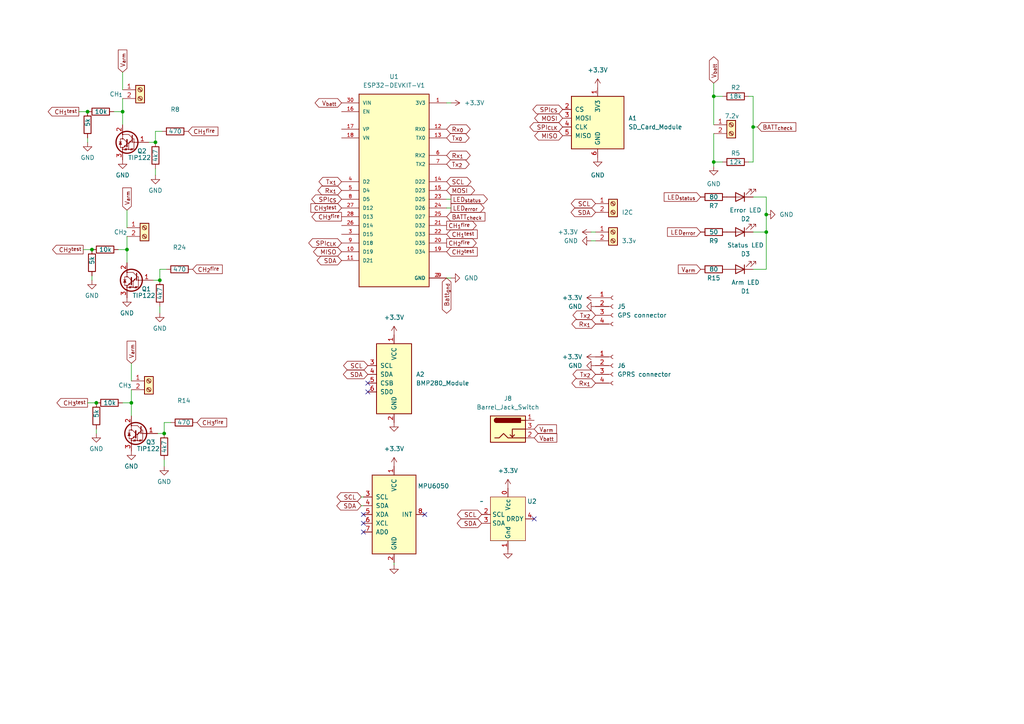
<source format=kicad_sch>
(kicad_sch (version 20230121) (generator eeschema)
  (paper "A4")
  (lib_symbols
    (symbol "Connector:Barrel_Jack_Switch" (pin_names hide)
      (property "Reference" "J" (at 0 5.334 0))
      (property "Value" "Barrel_Jack_Switch" (at 0 -5.08 0))
      (symbol "Barrel_Jack_Switch_0_1"
        (rectangle (start -5.08 3.81) (end 5.08 -3.81) (stroke (width 0.254)) (fill (type background)))
        (arc (start -3.302 3.175) (mid -3.9343 2.54) (end -3.302 1.905) (stroke (width 0.254)))
        (arc (start -3.302 3.175) (mid -3.9343 2.54) (end -3.302 1.905) (stroke (width 0.254)) (fill (type outline)))
        (polyline (pts (xy 1.27 -2.286) (xy 1.905 -1.651)) (stroke (width 0.254)))
        (polyline (pts (xy 5.08 2.54) (xy 3.81 2.54)) (stroke (width 0.254)))
        (polyline (pts (xy 5.08 0) (xy 1.27 0) (xy 1.27 -2.286) (xy 0.635 -1.651)) (stroke (width 0.254)))
        (polyline (pts (xy -3.81 -2.54) (xy -2.54 -2.54) (xy -1.27 -1.27) (xy 0 -2.54) (xy 2.54 -2.54) (xy 5.08 -2.54)) (stroke (width 0.254)))
        (rectangle (start 3.683 3.175) (end -3.302 1.905) (stroke (width 0.254)) (fill (type outline)))
      )
      (symbol "Barrel_Jack_Switch_1_1"
        (pin passive line (at 7.62 2.54 180) (length 2.54) (name "~") (number "1"))
        (pin passive line (at 7.62 -2.54 180) (length 2.54) (name "~") (number "2"))
        (pin passive line (at 7.62 0 180) (length 2.54) (name "~") (number "3"))
      )
    )
    (symbol "Connector:Conn_01x04_Socket" (pin_names (offset 1.016) hide)
      (property "Reference" "J" (at 0 5.08 0))
      (property "Value" "Conn_01x04_Socket" (at 0 -7.62 0))
      (symbol "Conn_01x04_Socket_1_1"
        (arc (start 0 -4.572) (mid -0.5058 -5.08) (end 0 -5.588) (stroke (width 0.1524)))
        (arc (start 0 -2.032) (mid -0.5058 -2.54) (end 0 -3.048) (stroke (width 0.1524)))
        (polyline (pts (xy -1.27 -5.08) (xy -0.508 -5.08)) (stroke (width 0.1524)))
        (polyline (pts (xy -1.27 -2.54) (xy -0.508 -2.54)) (stroke (width 0.1524)))
        (polyline (pts (xy -1.27 0) (xy -0.508 0)) (stroke (width 0.1524)))
        (polyline (pts (xy -1.27 2.54) (xy -0.508 2.54)) (stroke (width 0.1524)))
        (arc (start 0 0.508) (mid -0.5058 0) (end 0 -0.508) (stroke (width 0.1524)))
        (arc (start 0 3.048) (mid -0.5058 2.54) (end 0 2.032) (stroke (width 0.1524)))
        (pin passive line (at -5.08 2.54 0) (length 3.81) (name "Pin_1") (number "1"))
        (pin passive line (at -5.08 0 0) (length 3.81) (name "Pin_2") (number "2"))
        (pin passive line (at -5.08 -2.54 0) (length 3.81) (name "Pin_3") (number "3"))
        (pin passive line (at -5.08 -5.08 0) (length 3.81) (name "Pin_4") (number "4"))
      )
    )
    (symbol "Connector:Screw_Terminal_01x02" (pin_names (offset 1.016) hide)
      (property "Reference" "J" (at 0 2.54 0))
      (property "Value" "Screw_Terminal_01x02" (at 0 -5.08 0))
      (symbol "Screw_Terminal_01x02_1_1"
        (rectangle (start -1.27 1.27) (end 1.27 -3.81) (stroke (width 0.254)) (fill (type background)))
        (circle (center 0 -2.54) (radius 0.635) (stroke (width 0.1524)))
        (polyline (pts (xy -0.5334 -2.2098) (xy 0.3302 -3.048)) (stroke (width 0.1524)))
        (polyline (pts (xy -0.5334 0.3302) (xy 0.3302 -0.508)) (stroke (width 0.1524)))
        (polyline (pts (xy -0.3556 -2.032) (xy 0.508 -2.8702)) (stroke (width 0.1524)))
        (polyline (pts (xy -0.3556 0.508) (xy 0.508 -0.3302)) (stroke (width 0.1524)))
        (circle (center 0 0) (radius 0.635) (stroke (width 0.1524)))
        (pin passive line (at -5.08 0 0) (length 3.81) (name "Pin_1") (number "1"))
        (pin passive line (at -5.08 -2.54 0) (length 3.81) (name "Pin_2") (number "2"))
      )
    )
    (symbol "Device:LED" (pin_numbers hide) (pin_names (offset 1.016) hide)
      (property "Reference" "D" (at 0 2.54 0))
      (property "Value" "LED" (at 0 -2.54 0))
      (symbol "LED_0_1"
        (polyline (pts (xy -1.27 -1.27) (xy -1.27 1.27)) (stroke (width 0.254)))
        (polyline (pts (xy -1.27 0) (xy 1.27 0)))
        (polyline (pts (xy 1.27 -1.27) (xy 1.27 1.27) (xy -1.27 0) (xy 1.27 -1.27)) (stroke (width 0.254)))
        (polyline (pts (xy -3.048 -0.762) (xy -4.572 -2.286) (xy -3.81 -2.286) (xy -4.572 -2.286) (xy -4.572 -1.524)))
        (polyline (pts (xy -1.778 -0.762) (xy -3.302 -2.286) (xy -2.54 -2.286) (xy -3.302 -2.286) (xy -3.302 -1.524)))
      )
      (symbol "LED_1_1"
        (pin passive line (at -3.81 0 0) (length 2.54) (name "K") (number "1"))
        (pin passive line (at 3.81 0 180) (length 2.54) (name "A") (number "2"))
      )
    )
    (symbol "Device:R" (pin_numbers hide) (pin_names (offset 0))
      (property "Reference" "R" (at 2.032 0 90))
      (property "Value" "R" (at 0 0 90))
      (symbol "R_0_1"
        (rectangle (start -1.016 -2.54) (end 1.016 2.54) (stroke (width 0.254)))
      )
      (symbol "R_1_1"
        (pin passive line (at 0 3.81 270) (length 1.27) (name "~") (number "1"))
        (pin passive line (at 0 -3.81 90) (length 1.27) (name "~") (number "2"))
      )
    )
    (symbol "ESP:ESP32-DEVKIT-V1" (pin_names (offset 1.016))
      (property "Reference" "U" (at -10.16 30.48 0))
      (property "Value" "ESP32-DEVKIT-V1" (at -10.16 -30.48 0))
      (symbol "ESP32-DEVKIT-V1_0_0"
        (rectangle (start -10.16 -27.94) (end 10.16 27.94) (stroke (width 0.254)) (fill (type background)))
        (pin output line (at 15.24 25.4 180) (length 5.08) (name "3V3") (number "1"))
        (pin bidirectional line (at -15.24 -17.78 0) (length 5.08) (name "D19") (number "10"))
        (pin bidirectional line (at -15.24 -20.32 0) (length 5.08) (name "D21") (number "11"))
        (pin input line (at 15.24 17.78 180) (length 5.08) (name "RX0") (number "12"))
        (pin output line (at 15.24 15.24 180) (length 5.08) (name "TX0") (number "13"))
        (pin bidirectional line (at 15.24 2.54 180) (length 5.08) (name "D22") (number "14"))
        (pin bidirectional line (at 15.24 0 180) (length 5.08) (name "D23") (number "15"))
        (pin input line (at -15.24 22.86 0) (length 5.08) (name "EN") (number "16"))
        (pin bidirectional line (at -15.24 17.78 0) (length 5.08) (name "VP") (number "17"))
        (pin bidirectional line (at -15.24 15.24 0) (length 5.08) (name "VN") (number "18"))
        (pin bidirectional line (at 15.24 -17.78 180) (length 5.08) (name "D34") (number "19"))
        (pin power_in line (at 15.24 -25.4 180) (length 5.08) (name "GND") (number "2"))
        (pin bidirectional line (at 15.24 -15.24 180) (length 5.08) (name "D35") (number "20"))
        (pin bidirectional line (at 15.24 -10.16 180) (length 5.08) (name "D32") (number "21"))
        (pin bidirectional line (at 15.24 -12.7 180) (length 5.08) (name "D33") (number "22"))
        (pin bidirectional line (at 15.24 -2.54 180) (length 5.08) (name "D25") (number "23"))
        (pin bidirectional line (at 15.24 -5.08 180) (length 5.08) (name "D26") (number "24"))
        (pin bidirectional line (at 15.24 -7.62 180) (length 5.08) (name "D27") (number "25"))
        (pin bidirectional line (at -15.24 -10.16 0) (length 5.08) (name "D14") (number "26"))
        (pin bidirectional line (at -15.24 -5.08 0) (length 5.08) (name "D12") (number "27"))
        (pin bidirectional line (at -15.24 -7.62 0) (length 5.08) (name "D13") (number "28"))
        (pin power_in line (at 15.24 -25.4 180) (length 5.08) (name "GND") (number "29"))
        (pin bidirectional line (at -15.24 -12.7 0) (length 5.08) (name "D15") (number "3"))
        (pin input line (at -15.24 25.4 0) (length 5.08) (name "VIN") (number "30"))
        (pin bidirectional line (at -15.24 2.54 0) (length 5.08) (name "D2") (number "4"))
        (pin bidirectional line (at -15.24 0 0) (length 5.08) (name "D4") (number "5"))
        (pin input line (at 15.24 10.16 180) (length 5.08) (name "RX2") (number "6"))
        (pin output line (at 15.24 7.62 180) (length 5.08) (name "TX2") (number "7"))
        (pin bidirectional line (at -15.24 -2.54 0) (length 5.08) (name "D5") (number "8"))
        (pin bidirectional line (at -15.24 -15.24 0) (length 5.08) (name "D18") (number "9"))
      )
    )
    (symbol "Modules:BMP280_Module" (pin_names (offset 1.016))
      (property "Reference" "A" (at -5.08 11.43 0))
      (property "Value" "BMP280_Module" (at 8.89 11.43 0))
      (symbol "BMP280_Module_0_1"
        (rectangle (start -5.08 10.16) (end 5.08 -10.16) (stroke (width 0.254)) (fill (type background)))
      )
      (symbol "BMP280_Module_1_1"
        (pin power_in line (at 0 12.7 270) (length 2.54) (name "VCC") (number "1"))
        (pin power_in line (at 0 -12.7 90) (length 2.54) (name "GND") (number "2"))
        (pin input line (at -7.62 3.81 0) (length 2.54) (name "SCL") (number "3"))
        (pin bidirectional line (at -7.62 1.27 0) (length 2.54) (name "SDA") (number "4"))
        (pin input line (at -7.62 -1.27 0) (length 2.54) (name "CSB") (number "5"))
        (pin input line (at -7.62 -3.81 0) (length 2.54) (name "SD0") (number "6"))
      )
    )
    (symbol "Modules:MPU6050_Module" (pin_names (offset 1.016))
      (property "Reference" "A" (at -5.08 12.7 0))
      (property "Value" "MPU6050_Module" (at 8.89 12.7 0))
      (symbol "MPU6050_Module_0_1"
        (rectangle (start -6.35 11.43) (end 6.35 -11.43) (stroke (width 0.254)) (fill (type background)))
      )
      (symbol "MPU6050_Module_1_1"
        (pin power_in line (at 0 13.97 270) (length 2.54) (name "VCC") (number "1"))
        (pin power_in line (at 0 -13.97 90) (length 2.54) (name "GND") (number "2"))
        (pin input line (at -8.89 5.08 0) (length 2.54) (name "SCL") (number "3"))
        (pin input line (at -8.89 2.54 0) (length 2.54) (name "SDA") (number "4"))
        (pin input line (at -8.89 0 0) (length 2.54) (name "XDA") (number "5"))
        (pin input line (at -8.89 -2.54 0) (length 2.54) (name "XCL") (number "6"))
        (pin input line (at -8.89 -5.08 0) (length 2.54) (name "AD0") (number "7"))
        (pin output line (at 8.89 0 180) (length 2.54) (name "INT") (number "8"))
      )
    )
    (symbol "Modules:SD_Card_Module" (pin_names (offset 1.016))
      (property "Reference" "A" (at -7.62 10.16 0))
      (property "Value" "SD_Card_Module" (at 10.16 10.16 0))
      (symbol "SD_Card_Module_0_1"
        (rectangle (start -7.62 7.62) (end 7.62 -7.62) (stroke (width 0.254)) (fill (type background)))
      )
      (symbol "SD_Card_Module_1_1"
        (pin power_in line (at 0 10.16 270) (length 2.54) (name "3V3") (number "1"))
        (pin input line (at -10.16 3.81 0) (length 2.54) (name "CS") (number "2"))
        (pin input line (at -10.16 1.27 0) (length 2.54) (name "MOSI") (number "3"))
        (pin input line (at -10.16 -1.27 0) (length 2.54) (name "CLK") (number "4"))
        (pin output line (at -10.16 -3.81 0) (length 2.54) (name "MISO") (number "5"))
        (pin power_in line (at 0 -10.16 90) (length 2.54) (name "GND") (number "6"))
      )
    )
    (symbol "Transistor_BJT:TIP122" (pin_names (offset 0) hide)
      (property "Reference" "Q" (at 5.08 1.905 0))
      (property "Value" "TIP122" (at 5.08 0 0))
      (symbol "TIP122_0_1"
        (circle (center -0.762 0) (radius 0.127))
        (polyline (pts (xy -1.27 0) (xy -0.889 0)))
        (polyline (pts (xy 2.54 -2.032) (xy 2.54 -2.54)))
        (polyline (pts (xy 2.54 -1.524) (xy 3.175 -1.524)))
        (polyline (pts (xy 2.794 0.127) (xy 3.556 0.127)))
        (polyline (pts (xy 3.175 -0.635) (xy 3.175 -1.524)))
        (polyline (pts (xy 3.175 1.016) (xy 2.54 1.016)))
        (polyline (pts (xy 3.175 1.016) (xy 3.175 0.127)))
        (polyline (pts (xy -0.254 0.762) (xy 0.762 -0.254) (xy 1.27 -0.254)))
        (polyline (pts (xy -0.254 1.016) (xy -0.762 1.016) (xy -0.762 -2.032)))
        (polyline (pts (xy -0.254 1.27) (xy 0.762 2.286) (xy 2.54 2.286)))
        (polyline (pts (xy -0.254 2.032) (xy -0.254 0) (xy -0.254 0)) (stroke (width 0.3048)))
        (polyline (pts (xy 1.27 0.762) (xy 1.27 -1.27) (xy 1.27 -1.27)) (stroke (width 0.381)))
        (polyline (pts (xy 0.635 -0.127) (xy 0.381 0.381) (xy 0.127 0.127) (xy 0.635 -0.127)))
        (polyline (pts (xy 1.27 -0.508) (xy 2.286 -1.524) (xy 2.54 -1.524) (xy 2.54 -2.032)))
        (polyline (pts (xy 1.27 0) (xy 2.286 1.016) (xy 2.54 1.016) (xy 2.54 2.286)))
        (polyline (pts (xy 2.159 -1.397) (xy 1.905 -0.889) (xy 1.651 -1.143) (xy 2.159 -1.397)))
        (polyline (pts (xy 3.175 0.127) (xy 2.794 -0.635) (xy 3.556 -0.635) (xy 3.175 0.127)) (fill (type outline)))
        (polyline (pts (xy 0.762 -2.032) (xy 0.381 -2.032) (xy 0.254 -2.286) (xy 0.127 -1.778) (xy 0 -2.286) (xy -0.127 -1.778) (xy -0.254 -2.286) (xy -0.381 -1.778) (xy -0.508 -2.032) (xy -0.762 -2.032)))
        (polyline (pts (xy 0.762 -0.254) (xy 0.762 -2.032) (xy 1.143 -2.032) (xy 1.27 -1.778) (xy 1.397 -2.286) (xy 1.524 -1.778) (xy 1.651 -2.286) (xy 1.778 -1.778) (xy 1.905 -2.286) (xy 2.032 -2.032) (xy 2.54 -2.032)))
        (circle (center 0.762 -2.032) (radius 0.127))
        (circle (center 0.762 -0.254) (radius 0.127))
        (circle (center 1.27 0) (radius 3.175) (stroke (width 0.3556)))
        (circle (center 2.54 -2.032) (radius 0.127))
        (circle (center 2.54 -1.524) (radius 0.127))
        (circle (center 2.54 1.016) (radius 0.127))
        (circle (center 2.54 2.286) (radius 0.127))
      )
      (symbol "TIP122_1_1"
        (pin input line (at -5.08 0 0) (length 3.81) (name "B") (number "1"))
        (pin passive line (at 2.54 5.08 270) (length 2.667) (name "C") (number "2"))
        (pin passive line (at 2.54 -5.08 90) (length 2.54) (name "E") (number "3"))
      )
    )
    (symbol "breakouts:GY-271"
      (property "Reference" "U" (at -1.27 2.54 0))
      (symbol "GY-271_0_0"
        (pin power_in line (at 7.62 3.81 270) (length 2.54) (name "Vcc") (number "0"))
        (pin power_in line (at 7.62 -13.97 90) (length 2.54) (name "Gnd") (number "1"))
        (pin bidirectional line (at 0 -3.81 0) (length 2.54) (name "SCL") (number "2"))
        (pin bidirectional line (at 0 -6.35 0) (length 2.54) (name "SDA") (number "3"))
        (pin output line (at 15.24 -5.08 180) (length 2.54) (name "DRDY") (number "4"))
      )
      (symbol "GY-271_1_1"
        (rectangle (start 2.54 1.27) (end 12.7 -11.43) (fill (type background)))
      )
    )
    (symbol "power:+3.3V" (power) (pin_names (offset 0))
      (property "Value" "+3.3V" (at 0 3.556 0))
      (symbol "+3.3V_0_1"
        (polyline (pts (xy -0.762 1.27) (xy 0 2.54)))
        (polyline (pts (xy 0 0) (xy 0 2.54)))
        (polyline (pts (xy 0 2.54) (xy 0.762 1.27)))
      )
      (symbol "+3.3V_1_1"
        (pin power_in line (at 0 0 90) (length 0) hide (name "+3.3V") (number "1"))
      )
    )
    (symbol "power:GND" (power) (pin_names (offset 0))
      (property "Value" "GND" (at 0 -3.81 0))
      (symbol "GND_0_1"
        (polyline (pts (xy 0 0) (xy 0 -1.27) (xy 1.27 -1.27) (xy 0 -2.54) (xy -1.27 -1.27) (xy 0 -1.27)))
      )
      (symbol "GND_1_1"
        (pin power_in line (at 0 0 270) (length 0) hide (name "GND") (number "1"))
      )
    )
  )
  (junction (at 45.085 41.275))
  (junction (at 27.94 116.84))
  (junction (at 222.25 67.31))
  (junction (at 25.4 32.385))
  (junction (at 218.44 36.83))
  (junction (at 36.83 72.39))
  (junction (at 207.01 46.99))
  (junction (at 26.67 72.39))
  (junction (at 38.1 116.84))
  (junction (at 35.56 32.385))
  (junction (at 47.625 125.73))
  (junction (at 207.01 27.94))
  (junction (at 222.25 62.23))
  (junction (at 46.355 81.28))
  (no_connect (at 154.94 150.495))
  (no_connect (at 106.68 113.665))
  (no_connect (at 105.41 154.305))
  (no_connect (at 106.68 111.125))
  (no_connect (at 123.19 149.225))
  (no_connect (at 105.41 149.225))
  (no_connect (at 105.41 151.765))
  (wire (pts (xy 172.72 69.85) (xy 171.45 69.85)))
  (wire (pts (xy 44.45 81.28) (xy 46.355 81.28)))
  (wire (pts (xy 45.085 50.8) (xy 45.085 48.895)))
  (wire (pts (xy 33.02 32.385) (xy 35.56 32.385)))
  (wire (pts (xy 130.81 60.325) (xy 129.54 60.325)))
  (wire (pts (xy 209.55 27.94) (xy 207.01 27.94)))
  (wire (pts (xy 46.355 90.805) (xy 46.355 88.9)))
  (wire (pts (xy 129.54 29.845) (xy 130.81 29.845)))
  (wire (pts (xy 207.01 24.13) (xy 207.01 27.94)))
  (wire (pts (xy 36.83 60.96) (xy 36.83 66.04)))
  (wire (pts (xy 219.71 36.83) (xy 218.44 36.83)))
  (wire (pts (xy 45.72 125.73) (xy 47.625 125.73)))
  (wire (pts (xy 114.3 163.195) (xy 114.3 163.83)))
  (wire (pts (xy 35.56 28.575) (xy 35.56 32.385)))
  (wire (pts (xy 45.085 41.275) (xy 45.085 38.1)))
  (wire (pts (xy 26.67 81.28) (xy 26.67 80.01)))
  (wire (pts (xy 222.25 67.31) (xy 218.44 67.31)))
  (wire (pts (xy 222.25 62.23) (xy 222.25 67.31)))
  (wire (pts (xy 207.01 38.735) (xy 207.01 46.99)))
  (wire (pts (xy 218.44 36.83) (xy 218.44 46.99)))
  (wire (pts (xy 209.55 46.99) (xy 207.01 46.99)))
  (wire (pts (xy 218.44 27.94) (xy 218.44 36.83)))
  (wire (pts (xy 38.1 113.03) (xy 38.1 116.84)))
  (wire (pts (xy 35.56 32.385) (xy 35.56 36.195)))
  (wire (pts (xy 217.17 27.94) (xy 218.44 27.94)))
  (wire (pts (xy 38.1 116.84) (xy 38.1 120.65)))
  (wire (pts (xy 47.625 135.255) (xy 47.625 133.35)))
  (wire (pts (xy 38.1 105.41) (xy 38.1 110.49)))
  (wire (pts (xy 207.01 27.94) (xy 207.01 36.195)))
  (wire (pts (xy 105.41 144.145) (xy 104.775 144.145)))
  (wire (pts (xy 172.72 67.31) (xy 171.45 67.31)))
  (wire (pts (xy 105.41 146.685) (xy 104.775 146.685)))
  (wire (pts (xy 25.4 41.275) (xy 25.4 40.005)))
  (wire (pts (xy 25.4 116.84) (xy 27.94 116.84)))
  (wire (pts (xy 36.83 68.58) (xy 36.83 72.39)))
  (wire (pts (xy 46.355 78.105) (xy 48.26 78.105)))
  (wire (pts (xy 27.94 125.73) (xy 27.94 124.46)))
  (wire (pts (xy 222.25 78.105) (xy 222.25 67.31)))
  (wire (pts (xy 47.625 125.73) (xy 47.625 122.555)))
  (wire (pts (xy 22.86 32.385) (xy 25.4 32.385)))
  (wire (pts (xy 36.83 72.39) (xy 36.83 76.2)))
  (wire (pts (xy 34.29 72.39) (xy 36.83 72.39)))
  (wire (pts (xy 46.355 81.28) (xy 46.355 78.105)))
  (wire (pts (xy 129.54 80.645) (xy 130.81 80.645)))
  (wire (pts (xy 218.44 46.99) (xy 217.17 46.99)))
  (wire (pts (xy 218.44 78.105) (xy 222.25 78.105)))
  (wire (pts (xy 130.81 57.785) (xy 129.54 57.785)))
  (wire (pts (xy 43.18 41.275) (xy 45.085 41.275)))
  (wire (pts (xy 218.44 57.15) (xy 222.25 57.15)))
  (wire (pts (xy 35.56 116.84) (xy 38.1 116.84)))
  (wire (pts (xy 45.085 38.1) (xy 46.99 38.1)))
  (wire (pts (xy 24.13 72.39) (xy 26.67 72.39)))
  (wire (pts (xy 47.625 122.555) (xy 49.53 122.555)))
  (wire (pts (xy 207.01 48.26) (xy 207.01 46.99)))
  (wire (pts (xy 35.56 20.955) (xy 35.56 26.035)))
  (wire (pts (xy 222.25 57.15) (xy 222.25 62.23)))
  (global_label "SCL" (shape bidirectional) (at 172.72 59.055 180) (property "Intersheetrefs" "${INTERSHEET_REFS}" (effects hide)))
  (global_label "Tx_{0}" (shape bidirectional) (at 129.54 40.005 0) (property "Intersheetrefs" "${INTERSHEET_REFS}" (effects hide)))
  (global_label "BATT_{check}" (shape input) (at 129.54 62.865 0) (property "Intersheetrefs" "${INTERSHEET_REFS}" (effects hide)))
  (global_label "CH_{2}^{test}" (shape output) (at 24.13 72.39 180) (property "Intersheetrefs" "${INTERSHEET_REFS}" (effects hide)))
  (global_label "SPI_{CLK}" (shape bidirectional) (at 163.195 36.83 180) (property "Intersheetrefs" "${INTERSHEET_REFS}" (effects hide)))
  (global_label "Tx_{1}" (shape bidirectional) (at 99.06 52.705 180) (property "Intersheetrefs" "${INTERSHEET_REFS}" (effects hide)))
  (global_label "V_{arm}" (shape input) (at 38.1 105.41 90) (property "Intersheetrefs" "${INTERSHEET_REFS}" (effects hide)))
  (global_label "Batt_{gnd}" (shape bidirectional) (at 129.54 80.645 270) (property "Intersheetrefs" "${INTERSHEET_REFS}" (effects hide)))
  (global_label "Tx_{2}" (shape bidirectional) (at 172.72 108.585 180) (property "Intersheetrefs" "${INTERSHEET_REFS}" (effects hide)))
  (global_label "V_{arm}" (shape input) (at 36.83 60.96 90) (property "Intersheetrefs" "${INTERSHEET_REFS}" (effects hide)))
  (global_label "CH_{2}^{test}" (shape input) (at 129.54 73.025 0) (property "Intersheetrefs" "${INTERSHEET_REFS}" (effects hide)))
  (global_label "SCL" (shape bidirectional) (at 106.68 106.045 180) (property "Intersheetrefs" "${INTERSHEET_REFS}" (effects hide)))
  (global_label "CH_{1}^{fire}" (shape output) (at 129.54 65.405 0) (property "Intersheetrefs" "${INTERSHEET_REFS}" (effects hide)))
  (global_label "LED_{status}" (shape input) (at 203.2 57.15 180) (property "Intersheetrefs" "${INTERSHEET_REFS}" (effects hide)))
  (global_label "MISO" (shape bidirectional) (at 99.06 73.025 180) (property "Intersheetrefs" "${INTERSHEET_REFS}" (effects hide)))
  (global_label "V_{arm}" (shape input) (at 154.94 124.46 0) (property "Intersheetrefs" "${INTERSHEET_REFS}" (effects hide)))
  (global_label "LED_{error}" (shape input) (at 203.2 67.31 180) (property "Intersheetrefs" "${INTERSHEET_REFS}" (effects hide)))
  (global_label "SDA" (shape bidirectional) (at 139.7 151.765 180) (property "Intersheetrefs" "${INTERSHEET_REFS}" (effects hide)))
  (global_label "SCL" (shape bidirectional) (at 104.775 144.145 180) (property "Intersheetrefs" "${INTERSHEET_REFS}" (effects hide)))
  (global_label "LED_{status}" (shape output) (at 130.81 57.785 0) (property "Intersheetrefs" "${INTERSHEET_REFS}" (effects hide)))
  (global_label "Rx_{1}" (shape bidirectional) (at 129.54 45.085 0) (property "Intersheetrefs" "${INTERSHEET_REFS}" (effects hide)))
  (global_label "MOSI" (shape bidirectional) (at 163.195 34.29 180) (property "Intersheetrefs" "${INTERSHEET_REFS}" (effects hide)))
  (global_label "CH_{2}^{fire}" (shape input) (at 55.88 78.105 0) (property "Intersheetrefs" "${INTERSHEET_REFS}" (effects hide)))
  (global_label "CH_{3}^{test}" (shape output) (at 25.4 116.84 180) (property "Intersheetrefs" "${INTERSHEET_REFS}" (effects hide)))
  (global_label "BATT_{check}" (shape input) (at 219.71 36.83 0) (property "Intersheetrefs" "${INTERSHEET_REFS}" (effects hide)))
  (global_label "SCL" (shape bidirectional) (at 129.54 52.705 0) (property "Intersheetrefs" "${INTERSHEET_REFS}" (effects hide)))
  (global_label "V_{arm}" (shape input) (at 35.56 20.955 90) (property "Intersheetrefs" "${INTERSHEET_REFS}" (effects hide)))
  (global_label "Tx_{2}" (shape bidirectional) (at 129.54 47.625 0) (property "Intersheetrefs" "${INTERSHEET_REFS}" (effects hide)))
  (global_label "CH_{1}^{test}" (shape input) (at 129.54 67.945 0) (property "Intersheetrefs" "${INTERSHEET_REFS}" (effects hide)))
  (global_label "V_{batt}" (shape bidirectional) (at 207.01 24.13 90) (property "Intersheetrefs" "${INTERSHEET_REFS}" (effects hide)))
  (global_label "CH_{2}^{fire}" (shape output) (at 129.54 70.485 0) (property "Intersheetrefs" "${INTERSHEET_REFS}" (effects hide)))
  (global_label "CH_{3}^{fire}" (shape output) (at 99.06 62.865 180) (property "Intersheetrefs" "${INTERSHEET_REFS}" (effects hide)))
  (global_label "SPI_{CLK}" (shape bidirectional) (at 99.06 70.485 180) (property "Intersheetrefs" "${INTERSHEET_REFS}" (effects hide)))
  (global_label "CH_{3}^{fire}" (shape input) (at 57.15 122.555 0) (property "Intersheetrefs" "${INTERSHEET_REFS}" (effects hide)))
  (global_label "SDA" (shape bidirectional) (at 106.68 108.585 180) (property "Intersheetrefs" "${INTERSHEET_REFS}" (effects hide)))
  (global_label "SDA" (shape bidirectional) (at 104.775 146.685 180) (property "Intersheetrefs" "${INTERSHEET_REFS}" (effects hide)))
  (global_label "CH_{3}^{test}" (shape input) (at 99.06 60.325 180) (property "Intersheetrefs" "${INTERSHEET_REFS}" (effects hide)))
  (global_label "CH_{1}^{fire}" (shape input) (at 54.61 38.1 0) (property "Intersheetrefs" "${INTERSHEET_REFS}" (effects hide)))
  (global_label "SPI_{CS}" (shape bidirectional) (at 99.06 57.785 180) (property "Intersheetrefs" "${INTERSHEET_REFS}" (effects hide)))
  (global_label "Rx_{0}" (shape bidirectional) (at 129.54 37.465 0) (property "Intersheetrefs" "${INTERSHEET_REFS}" (effects hide)))
  (global_label "V_{batt}" (shape bidirectional) (at 99.06 29.845 180) (property "Intersheetrefs" "${INTERSHEET_REFS}" (effects hide)))
  (global_label "Rx_{1}" (shape bidirectional) (at 172.72 93.98 180) (property "Intersheetrefs" "${INTERSHEET_REFS}" (effects hide)))
  (global_label "Rx_{1}" (shape bidirectional) (at 99.06 55.245 180) (property "Intersheetrefs" "${INTERSHEET_REFS}" (effects hide)))
  (global_label "LED_{error}" (shape output) (at 130.81 60.325 0) (property "Intersheetrefs" "${INTERSHEET_REFS}" (effects hide)))
  (global_label "MOSI" (shape bidirectional) (at 129.54 55.245 0) (property "Intersheetrefs" "${INTERSHEET_REFS}" (effects hide)))
  (global_label "SDA" (shape bidirectional) (at 99.06 75.565 180) (property "Intersheetrefs" "${INTERSHEET_REFS}" (effects hide)))
  (global_label "SPI_{CS}" (shape bidirectional) (at 163.195 31.75 180) (property "Intersheetrefs" "${INTERSHEET_REFS}" (effects hide)))
  (global_label "CH_{1}^{test}" (shape output) (at 22.86 32.385 180) (property "Intersheetrefs" "${INTERSHEET_REFS}" (effects hide)))
  (global_label "SDA" (shape bidirectional) (at 172.72 61.595 180) (property "Intersheetrefs" "${INTERSHEET_REFS}" (effects hide)))
  (global_label "SCL" (shape bidirectional) (at 139.7 149.225 180) (property "Intersheetrefs" "${INTERSHEET_REFS}" (effects hide)))
  (global_label "V_{batt}" (shape input) (at 154.94 127 0) (property "Intersheetrefs" "${INTERSHEET_REFS}" (effects hide)))
  (global_label "MISO" (shape bidirectional) (at 163.195 39.37 180) (property "Intersheetrefs" "${INTERSHEET_REFS}" (effects hide)))
  (global_label "Rx_{1}" (shape bidirectional) (at 172.72 111.125 180) (property "Intersheetrefs" "${INTERSHEET_REFS}" (effects hide)))
  (global_label "V_{arm}" (shape input) (at 203.2 78.105 180) (property "Intersheetrefs" "${INTERSHEET_REFS}" (effects hide)))
  (global_label "Tx_{2}" (shape bidirectional) (at 172.72 91.44 180) (property "Intersheetrefs" "${INTERSHEET_REFS}" (effects hide)))
  (symbol (lib_id "power:+3.3V") (at 172.72 86.36 90) (unit 1)
    (property "Reference" "#PWR014" (effects hide))
    (property "Value" "+3.3V" (at 168.91 86.36 90) (effects (justify left)))
  )
  (symbol (lib_id "Modules:SD_Card_Module") (at 173.355 35.56 0) (unit 1)
    (property "Reference" "A1" (at 182.245 34.29 0) (effects (justify left)))
    (property "Value" "SD_Card_Module" (at 182.245 36.83 0) (effects (justify left)))
    (property "Footprint" "Modules:SD_Card_Module" (effects hide))
  )
  (symbol (lib_id "Device:R") (at 213.36 46.99 90) (unit 1)
    (property "Reference" "R5" (at 213.36 44.45 90))
    (property "Value" "12k" (at 213.36 46.99 90))
    (property "Footprint" "Resistor_THT:R_Axial_DIN0207_L6.3mm_D2.5mm_P10.16mm_Horizontal" (effects hide))
  )
  (symbol (lib_id "Device:R") (at 29.21 32.385 90) (unit 1)
    (property "Reference" "R1" (effects hide))
    (property "Value" "10k" (at 31.115 32.385 90) (effects (justify left)))
    (property "Footprint" "Resistor_THT:R_Axial_DIN0207_L6.3mm_D2.5mm_P10.16mm_Horizontal" (effects hide))
  )
  (symbol (lib_id "Connector:Screw_Terminal_01x02") (at 43.18 110.49 0) (unit 1)
    (property "Reference" "J7" (effects hide))
    (property "Value" "CH_{3}" (at 34.29 111.76 0) (effects (justify left)))
    (property "Footprint" "TerminalBlock_Phoenix:TerminalBlock_Phoenix_MPT-0,5-2-2.54_1x02_P2.54mm_Horizontal" (effects hide))
  )
  (symbol (lib_id "Transistor_BJT:TIP122") (at 40.64 125.73 0) (mirror y) (unit 1)
    (property "Reference" "Q3" (at 45.085 128.27 0) (effects (justify left)))
    (property "Value" "TIP122" (at 46.355 130.175 0) (effects (justify left)))
    (property "Footprint" "Package_TO_SOT_THT:TO-220-3_Vertical" (effects hide))
    (property "Datasheet" "https://www.onsemi.com/pub/Collateral/TIP120-D.PDF" (effects hide))
  )
  (symbol (lib_id "Transistor_BJT:TIP122") (at 39.37 81.28 0) (mirror y) (unit 1)
    (property "Reference" "Q1" (at 43.815 83.82 0) (effects (justify left)))
    (property "Value" "TIP122" (at 45.085 85.725 0) (effects (justify left)))
    (property "Footprint" "Package_TO_SOT_THT:TO-220-3_Vertical" (effects hide))
    (property "Datasheet" "https://www.onsemi.com/pub/Collateral/TIP120-D.PDF" (effects hide))
  )
  (symbol (lib_id "power:+3.3V") (at 130.81 29.845 270) (unit 1)
    (property "Reference" "#PWR03" (effects hide))
    (property "Value" "+3.3V" (at 134.62 29.845 90) (effects (justify left)))
  )
  (symbol (lib_id "power:GND") (at 38.1 130.81 0) (unit 1)
    (property "Reference" "#PWR022" (effects hide))
    (property "Value" "GND" (at 38.1 135.255 0))
  )
  (symbol (lib_id "Device:R") (at 47.625 129.54 0) (unit 1)
    (property "Reference" "R13" (effects hide))
    (property "Value" "4k7" (at 47.625 131.445 90) (effects (justify left)))
    (property "Footprint" "Resistor_THT:R_Axial_DIN0207_L6.3mm_D2.5mm_P10.16mm_Horizontal" (effects hide))
  )
  (symbol (lib_id "Modules:BMP280_Module") (at 114.3 109.855 0) (unit 1)
    (property "Reference" "A2" (at 120.65 108.585 0) (effects (justify left)))
    (property "Value" "BMP280_Module" (at 120.65 111.125 0) (effects (justify left)))
    (property "Footprint" "Modules:BMP280_Module" (effects hide))
  )
  (symbol (lib_id "Connector:Conn_01x04_Socket") (at 177.8 106.045 0) (unit 1)
    (property "Reference" "J6" (at 179.07 106.045 0) (effects (justify left)))
    (property "Value" "GPRS connector" (at 179.07 108.585 0) (effects (justify left)))
    (property "Footprint" "Connector_PinHeader_2.54mm:PinHeader_1x04_P2.54mm_Vertical" (effects hide))
  )
  (symbol (lib_id "Device:R") (at 207.01 57.15 270) (unit 1)
    (property "Reference" "R7" (at 207.01 59.69 90))
    (property "Value" "80" (at 207.01 57.15 90))
    (property "Footprint" "Resistor_THT:R_Axial_DIN0207_L6.3mm_D2.5mm_P10.16mm_Horizontal" (effects hide))
  )
  (symbol (lib_id "power:GND") (at 25.4 41.275 0) (unit 1)
    (property "Reference" "#PWR01" (effects hide))
    (property "Value" "GND" (at 25.4 45.72 0))
  )
  (symbol (lib_id "power:GND") (at 47.625 135.255 0) (unit 1)
    (property "Reference" "#PWR024" (effects hide))
    (property "Value" "GND" (at 47.625 139.7 0))
  )
  (symbol (lib_id "Connector:Barrel_Jack_Switch") (at 147.32 124.46 0) (unit 1)
    (property "Reference" "J8" (at 147.32 115.57 0))
    (property "Value" "Barrel_Jack_Switch" (at 147.32 118.11 0))
    (property "Footprint" "Connector_BarrelJack:BarrelJack_CUI_PJ-063AH_Horizontal" (effects hide))
  )
  (symbol (lib_id "Device:LED") (at 214.63 57.15 180) (unit 1)
    (property "Reference" "D2" (at 216.2175 63.5 0))
    (property "Value" "Error LED" (at 216.2175 60.96 0))
    (property "Footprint" "LED_THT:LED_D3.0mm" (effects hide))
  )
  (symbol (lib_id "power:GND") (at 172.72 88.9 270) (unit 1)
    (property "Reference" "#PWR015" (effects hide))
    (property "Value" "GND" (at 168.91 88.9 90) (effects (justify right)))
  )
  (symbol (lib_id "Connector:Screw_Terminal_01x02") (at 177.8 59.055 0) (unit 1)
    (property "Reference" "J2" (effects hide))
    (property "Value" "I2C" (at 180.34 61.595 0) (effects (justify left)))
    (property "Footprint" "TerminalBlock_Phoenix:TerminalBlock_Phoenix_MPT-0,5-2-2.54_1x02_P2.54mm_Horizontal" (effects hide))
  )
  (symbol (lib_id "Transistor_BJT:TIP122") (at 38.1 41.275 0) (mirror y) (unit 1)
    (property "Reference" "Q2" (at 42.545 43.815 0) (effects (justify left)))
    (property "Value" "TIP122" (at 43.815 45.72 0) (effects (justify left)))
    (property "Footprint" "Package_TO_SOT_THT:TO-220-3_Vertical" (effects hide))
    (property "Datasheet" "https://www.onsemi.com/pub/Collateral/TIP120-D.PDF" (effects hide))
  )
  (symbol (lib_id "Device:R") (at 52.07 78.105 90) (unit 1)
    (property "Reference" "R24" (at 52.07 71.755 90))
    (property "Value" "470" (at 52.07 78.105 90))
    (property "Footprint" "Resistor_THT:R_Axial_DIN0207_L6.3mm_D2.5mm_P10.16mm_Horizontal" (effects hide))
  )
  (symbol (lib_id "power:GND") (at 26.67 81.28 0) (unit 1)
    (property "Reference" "#PWR05" (effects hide))
    (property "Value" "GND" (at 26.67 85.725 0))
  )
  (symbol (lib_id "Connector:Conn_01x04_Socket") (at 177.8 88.9 0) (unit 1)
    (property "Reference" "J5" (at 179.07 88.9 0) (effects (justify left)))
    (property "Value" "GPS connector" (at 179.07 91.44 0) (effects (justify left)))
    (property "Footprint" "Connector_PinHeader_2.54mm:PinHeader_1x04_P2.54mm_Vertical" (effects hide))
  )
  (symbol (lib_id "power:+3.3V") (at 114.3 135.255 0) (unit 1)
    (property "Reference" "#PWR021" (effects hide))
    (property "Value" "+3.3V" (at 114.3 130.175 0))
  )
  (symbol (lib_id "Modules:MPU6050_Module") (at 114.3 149.225 0) (unit 1)
    (property "Reference" "A3" (effects hide))
    (property "Value" "MPU6050" (at 125.73 140.97 0))
    (property "Footprint" "Modules:MPU6050_Module" (effects hide))
  )
  (symbol (lib_id "power:+3.3V") (at 173.355 25.4 0) (unit 1)
    (property "Reference" "#PWR02" (effects hide))
    (property "Value" "+3.3V" (at 173.355 20.32 0))
  )
  (symbol (lib_id "Device:R") (at 45.085 45.085 0) (unit 1)
    (property "Reference" "R10" (effects hide))
    (property "Value" "4k7" (at 45.085 46.99 90) (effects (justify left)))
    (property "Footprint" "Resistor_THT:R_Axial_DIN0207_L6.3mm_D2.5mm_P10.16mm_Horizontal" (effects hide))
  )
  (symbol (lib_id "Device:R") (at 25.4 36.195 180) (unit 1)
    (property "Reference" "R3" (effects hide))
    (property "Value" "5k" (at 25.4 34.29 90) (effects (justify left)))
    (property "Footprint" "Resistor_THT:R_Axial_DIN0207_L6.3mm_D2.5mm_P10.16mm_Horizontal" (effects hide))
  )
  (symbol (lib_id "power:+3.3V") (at 172.72 103.505 90) (unit 1)
    (property "Reference" "#PWR017" (effects hide))
    (property "Value" "+3.3V" (at 168.91 103.505 90) (effects (justify left)))
  )
  (symbol (lib_id "Device:R") (at 207.01 78.105 270) (unit 1)
    (property "Reference" "R15" (at 207.01 80.645 90))
    (property "Value" "80" (at 207.01 78.105 90))
    (property "Footprint" "Resistor_THT:R_Axial_DIN0207_L6.3mm_D2.5mm_P10.16mm_Horizontal" (effects hide))
  )
  (symbol (lib_id "breakouts:GY-271") (at 139.7 145.415 0) (unit 1)
    (property "Reference" "U2" (at 154.305 145.415 0))
    (property "Value" "~" (at 139.7 145.415 0))
    (property "Footprint" "Modules:GY-271" (effects hide))
  )
  (symbol (lib_id "power:GND") (at 173.355 45.72 0) (unit 1)
    (property "Reference" "#PWR04" (effects hide))
    (property "Value" "GND" (at 173.355 50.8 0))
  )
  (symbol (lib_id "power:GND") (at 114.3 122.555 0) (unit 1)
    (property "Reference" "#PWR020" (effects hide))
    (property "Value" "GND" (effects hide))
  )
  (symbol (lib_id "power:GND") (at 46.355 90.805 0) (unit 1)
    (property "Reference" "#PWR032" (effects hide))
    (property "Value" "GND" (at 46.355 95.25 0))
  )
  (symbol (lib_id "Connector:Screw_Terminal_01x02") (at 212.09 36.195 0) (unit 1)
    (property "Reference" "J1" (effects hide))
    (property "Value" "7.2v" (at 210.185 33.655 0) (effects (justify left)))
    (property "Footprint" "TerminalBlock_Phoenix:TerminalBlock_Phoenix_MPT-0,5-2-2.54_1x02_P2.54mm_Horizontal" (effects hide))
  )
  (symbol (lib_id "Device:R") (at 30.48 72.39 90) (unit 1)
    (property "Reference" "R6" (effects hide))
    (property "Value" "10k" (at 32.385 72.39 90) (effects (justify left)))
    (property "Footprint" "Resistor_THT:R_Axial_DIN0207_L6.3mm_D2.5mm_P10.16mm_Horizontal" (effects hide))
  )
  (symbol (lib_id "power:GND") (at 27.94 125.73 0) (unit 1)
    (property "Reference" "#PWR019" (effects hide))
    (property "Value" "GND" (at 27.94 130.175 0))
  )
  (symbol (lib_id "power:+3.3V") (at 171.45 67.31 90) (unit 1)
    (property "Reference" "#PWR08" (effects hide))
    (property "Value" "+3.3V" (at 167.64 67.31 90) (effects (justify left)))
  )
  (symbol (lib_id "power:GND") (at 147.32 159.385 0) (unit 1)
    (property "Reference" "#PWR026" (effects hide))
    (property "Value" "GND" (effects hide))
  )
  (symbol (lib_id "power:GND") (at 36.83 86.36 0) (unit 1)
    (property "Reference" "#PWR010" (effects hide))
    (property "Value" "GND" (at 36.83 90.805 0))
  )
  (symbol (lib_id "power:+3.3V") (at 147.32 141.605 0) (unit 1)
    (property "Reference" "#PWR025" (effects hide))
    (property "Value" "+3.3V" (at 147.32 136.525 0))
  )
  (symbol (lib_id "power:GND") (at 45.085 50.8 0) (unit 1)
    (property "Reference" "#PWR012" (effects hide))
    (property "Value" "GND" (at 45.085 55.245 0))
  )
  (symbol (lib_id "power:GND") (at 207.01 48.26 0) (unit 1)
    (property "Reference" "#PWR06" (effects hide))
    (property "Value" "GND" (at 207.01 53.34 0))
  )
  (symbol (lib_id "Device:R") (at 207.01 67.31 270) (unit 1)
    (property "Reference" "R9" (at 207.01 69.85 90))
    (property "Value" "50" (at 207.01 67.31 90))
    (property "Footprint" "Resistor_THT:R_Axial_DIN0207_L6.3mm_D2.5mm_P10.16mm_Horizontal" (effects hide))
  )
  (symbol (lib_id "power:GND") (at 114.3 163.83 0) (unit 1)
    (property "Reference" "#PWR023" (effects hide))
    (property "Value" "GND" (effects hide))
  )
  (symbol (lib_id "power:GND") (at 35.56 46.355 0) (unit 1)
    (property "Reference" "#PWR011" (effects hide))
    (property "Value" "GND" (at 35.56 50.8 0))
  )
  (symbol (lib_id "power:GND") (at 172.72 106.045 270) (unit 1)
    (property "Reference" "#PWR018" (effects hide))
    (property "Value" "GND" (at 168.91 106.045 90) (effects (justify right)))
  )
  (symbol (lib_id "ESP:ESP32-DEVKIT-V1") (at 114.3 55.245 0) (unit 1)
    (property "Reference" "U1" (at 114.3 22.225 0))
    (property "Value" "ESP32-DEVKIT-V1" (at 114.3 24.765 0))
    (property "Footprint" "Esp:MODULE_ESP32_DEVKIT_V1" (effects hide))
    (property "MF" "Do it" (effects hide))
    (property "MAXIMUM_PACKAGE_HEIGHT" "6.8 mm" (effects hide))
    (property "Package" "None" (effects hide))
    (property "Price" "None" (effects hide))
    (property "Check_prices" "https://www.snapeda.com/parts/ESP32-DEVKIT-V1/Do+it/view-part/?ref=eda" (effects hide))
    (property "STANDARD" "Manufacturer Recommendations" (effects hide))
    (property "PARTREV" "N/A" (effects hide))
    (property "SnapEDA_Link" "https://www.snapeda.com/parts/ESP32-DEVKIT-V1/Do+it/view-part/?ref=snap" (effects hide))
    (property "MP" "ESP32-DEVKIT-V1" (effects hide))
    (property "Description" "\nDual core, Wi-Fi: 2.4 GHz up to 150 Mbits/s,BLE (Bluetooth Low Energy) and legacy Bluetooth, 32 bits, Up to 240 MHz\n" (effects hide))
    (property "Availability" "Not in stock" (effects hide))
    (property "MANUFACTURER" "DOIT" (effects hide))
  )
  (symbol (lib_id "Device:R") (at 27.94 120.65 180) (unit 1)
    (property "Reference" "R11" (effects hide))
    (property "Value" "5k" (at 27.94 118.745 90) (effects (justify left)))
    (property "Footprint" "Resistor_THT:R_Axial_DIN0207_L6.3mm_D2.5mm_P10.16mm_Horizontal" (effects hide))
  )
  (symbol (lib_id "Device:R") (at 46.355 85.09 0) (unit 1)
    (property "Reference" "R23" (effects hide))
    (property "Value" "4k7" (at 46.355 86.995 90) (effects (justify left)))
    (property "Footprint" "Resistor_THT:R_Axial_DIN0207_L6.3mm_D2.5mm_P10.16mm_Horizontal" (effects hide))
  )
  (symbol (lib_id "Device:R") (at 26.67 76.2 180) (unit 1)
    (property "Reference" "R4" (effects hide))
    (property "Value" "5k" (at 26.67 74.295 90) (effects (justify left)))
    (property "Footprint" "Resistor_THT:R_Axial_DIN0207_L6.3mm_D2.5mm_P10.16mm_Horizontal" (effects hide))
  )
  (symbol (lib_id "Device:R") (at 31.75 116.84 90) (unit 1)
    (property "Reference" "R12" (effects hide))
    (property "Value" "10k" (at 33.655 116.84 90) (effects (justify left)))
    (property "Footprint" "Resistor_THT:R_Axial_DIN0207_L6.3mm_D2.5mm_P10.16mm_Horizontal" (effects hide))
  )
  (symbol (lib_id "power:GND") (at 222.25 62.23 90) (unit 1)
    (property "Reference" "#PWR07" (effects hide))
    (property "Value" "GND" (at 226.06 62.23 90) (effects (justify right)))
  )
  (symbol (lib_id "power:GND") (at 171.45 69.85 270) (unit 1)
    (property "Reference" "#PWR09" (effects hide))
    (property "Value" "GND" (at 167.64 69.85 90) (effects (justify right)))
  )
  (symbol (lib_id "Device:R") (at 213.36 27.94 90) (unit 1)
    (property "Reference" "R2" (at 213.36 25.4 90))
    (property "Value" "18k" (at 213.36 27.94 90))
    (property "Footprint" "Resistor_THT:R_Axial_DIN0207_L6.3mm_D2.5mm_P10.16mm_Horizontal" (effects hide))
  )
  (symbol (lib_id "Device:LED") (at 214.63 78.105 180) (unit 1)
    (property "Reference" "D1" (at 216.2175 84.455 0))
    (property "Value" "Arm LED" (at 216.2175 81.915 0))
    (property "Footprint" "LED_THT:LED_D3.0mm" (effects hide))
  )
  (symbol (lib_id "Device:LED") (at 214.63 67.31 180) (unit 1)
    (property "Reference" "D3" (at 216.2175 73.66 0))
    (property "Value" "Status LED" (at 216.2175 71.12 0))
    (property "Footprint" "LED_THT:LED_D3.0mm" (effects hide))
  )
  (symbol (lib_id "Connector:Screw_Terminal_01x02") (at 41.91 66.04 0) (unit 1)
    (property "Reference" "J10" (effects hide))
    (property "Value" "CH_{2}" (at 33.02 67.31 0) (effects (justify left)))
    (property "Footprint" "TerminalBlock_Phoenix:TerminalBlock_Phoenix_MPT-0,5-2-2.54_1x02_P2.54mm_Horizontal" (effects hide))
  )
  (symbol (lib_id "power:+3.3V") (at 114.3 97.155 0) (unit 1)
    (property "Reference" "#PWR016" (effects hide))
    (property "Value" "+3.3V" (at 114.3 92.075 0))
  )
  (symbol (lib_id "Connector:Screw_Terminal_01x02") (at 177.8 67.31 0) (unit 1)
    (property "Reference" "J3" (effects hide))
    (property "Value" "3.3v" (at 180.34 69.85 0) (effects (justify left)))
    (property "Footprint" "TerminalBlock_Phoenix:TerminalBlock_Phoenix_MPT-0,5-2-2.54_1x02_P2.54mm_Horizontal" (effects hide))
  )
  (symbol (lib_id "Connector:Screw_Terminal_01x02") (at 40.64 26.035 0) (unit 1)
    (property "Reference" "J4" (effects hide))
    (property "Value" "CH_{1}" (at 31.75 27.305 0) (effects (justify left)))
    (property "Footprint" "TerminalBlock_Phoenix:TerminalBlock_Phoenix_MPT-0,5-2-2.54_1x02_P2.54mm_Horizontal" (effects hide))
  )
  (symbol (lib_id "Device:R") (at 53.34 122.555 90) (unit 1)
    (property "Reference" "R14" (at 53.34 116.205 90))
    (property "Value" "470" (at 53.34 122.555 90))
    (property "Footprint" "Resistor_THT:R_Axial_DIN0207_L6.3mm_D2.5mm_P10.16mm_Horizontal" (effects hide))
  )
  (symbol (lib_id "power:GND") (at 130.81 80.645 90) (unit 1)
    (property "Reference" "#PWR013" (effects hide))
    (property "Value" "GND" (at 134.62 80.645 90) (effects (justify right)))
  )
  (symbol (lib_id "Device:R") (at 50.8 38.1 90) (unit 1)
    (property "Reference" "R8" (at 50.8 31.75 90))
    (property "Value" "470" (at 50.8 38.1 90))
    (property "Footprint" "Resistor_THT:R_Axial_DIN0207_L6.3mm_D2.5mm_P10.16mm_Horizontal" (effects hide))
  )
)
</source>
